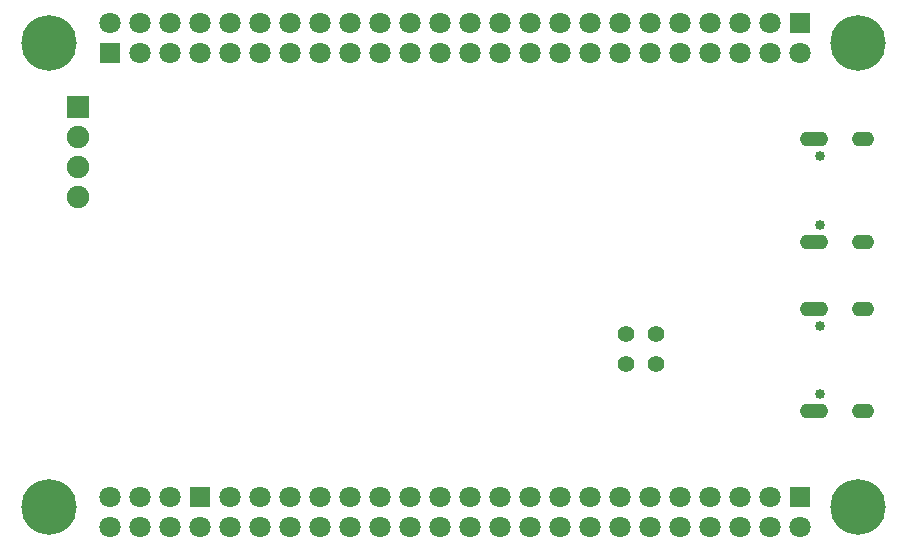
<source format=gbs>
G04*
G04 #@! TF.GenerationSoftware,Altium Limited,Altium Designer,21.1.1 (26)*
G04*
G04 Layer_Color=16711935*
%FSLAX25Y25*%
%MOIN*%
G70*
G04*
G04 #@! TF.SameCoordinates,DA73CDCF-2591-419C-BC5F-B2C7988706A4*
G04*
G04*
G04 #@! TF.FilePolarity,Negative*
G04*
G01*
G75*
%ADD56R,0.07493X0.07493*%
%ADD84C,0.07493*%
%ADD85R,0.07099X0.07099*%
%ADD86C,0.07099*%
%ADD87C,0.03359*%
G04:AMPARAMS|DCode=88|XSize=47.37mil|YSize=70.99mil|CornerRadius=18.76mil|HoleSize=0mil|Usage=FLASHONLY|Rotation=90.000|XOffset=0mil|YOffset=0mil|HoleType=Round|Shape=RoundedRectangle|*
%AMROUNDEDRECTD88*
21,1,0.04737,0.03347,0,0,90.0*
21,1,0.00984,0.07099,0,0,90.0*
1,1,0.03753,0.01673,0.00492*
1,1,0.03753,0.01673,-0.00492*
1,1,0.03753,-0.01673,-0.00492*
1,1,0.03753,-0.01673,0.00492*
%
%ADD88ROUNDEDRECTD88*%
G04:AMPARAMS|DCode=89|XSize=47.37mil|YSize=90.68mil|CornerRadius=18.76mil|HoleSize=0mil|Usage=FLASHONLY|Rotation=90.000|XOffset=0mil|YOffset=0mil|HoleType=Round|Shape=RoundedRectangle|*
%AMROUNDEDRECTD89*
21,1,0.04737,0.05315,0,0,90.0*
21,1,0.00984,0.09068,0,0,90.0*
1,1,0.03753,0.02657,0.00492*
1,1,0.03753,0.02657,-0.00492*
1,1,0.03753,-0.02657,-0.00492*
1,1,0.03753,-0.02657,0.00492*
%
%ADD89ROUNDEDRECTD89*%
%ADD90C,0.18517*%
%ADD111C,0.05524*%
D56*
X1291883Y1315228D02*
D03*
D84*
Y1305228D02*
D03*
Y1295228D02*
D03*
Y1285228D02*
D03*
D85*
X1532383Y1185228D02*
D03*
Y1343228D02*
D03*
X1332383Y1185228D02*
D03*
X1302383Y1333228D02*
D03*
D86*
X1532383Y1175228D02*
D03*
X1522383Y1185228D02*
D03*
Y1175228D02*
D03*
X1512383Y1185228D02*
D03*
Y1175228D02*
D03*
X1502383Y1185228D02*
D03*
Y1175228D02*
D03*
X1492383Y1185228D02*
D03*
Y1175228D02*
D03*
X1482383Y1185228D02*
D03*
Y1175228D02*
D03*
X1472383Y1185228D02*
D03*
Y1175228D02*
D03*
X1462383Y1185228D02*
D03*
Y1175228D02*
D03*
X1452383Y1185228D02*
D03*
Y1175228D02*
D03*
X1442383Y1185228D02*
D03*
Y1175228D02*
D03*
X1432383Y1185228D02*
D03*
Y1175228D02*
D03*
X1422383Y1185228D02*
D03*
Y1175228D02*
D03*
X1412383Y1185228D02*
D03*
Y1175228D02*
D03*
X1402383Y1185228D02*
D03*
Y1175228D02*
D03*
X1392383Y1185228D02*
D03*
Y1175228D02*
D03*
X1382383Y1185228D02*
D03*
Y1175228D02*
D03*
X1372383Y1185228D02*
D03*
Y1175228D02*
D03*
X1362383Y1185228D02*
D03*
Y1175228D02*
D03*
X1352383Y1185228D02*
D03*
Y1175228D02*
D03*
X1342383Y1185228D02*
D03*
Y1175228D02*
D03*
X1532383Y1333228D02*
D03*
X1522383Y1343228D02*
D03*
Y1333228D02*
D03*
X1512383Y1343228D02*
D03*
Y1333228D02*
D03*
X1502383Y1343228D02*
D03*
Y1333228D02*
D03*
X1492383Y1343228D02*
D03*
Y1333228D02*
D03*
X1482383Y1343228D02*
D03*
Y1333228D02*
D03*
X1472383Y1343228D02*
D03*
Y1333228D02*
D03*
X1462383Y1343228D02*
D03*
Y1333228D02*
D03*
X1452383Y1343228D02*
D03*
Y1333228D02*
D03*
X1442383Y1343228D02*
D03*
Y1333228D02*
D03*
X1432383Y1343228D02*
D03*
Y1333228D02*
D03*
X1422383Y1343228D02*
D03*
Y1333228D02*
D03*
X1412383Y1343228D02*
D03*
Y1333228D02*
D03*
X1402383Y1343228D02*
D03*
Y1333228D02*
D03*
X1392383Y1343228D02*
D03*
Y1333228D02*
D03*
X1382383Y1343228D02*
D03*
Y1333228D02*
D03*
X1372383Y1343228D02*
D03*
Y1333228D02*
D03*
X1362383Y1343228D02*
D03*
Y1333228D02*
D03*
X1352383Y1343228D02*
D03*
Y1333228D02*
D03*
X1342383Y1343228D02*
D03*
Y1333228D02*
D03*
X1302383Y1185228D02*
D03*
Y1175228D02*
D03*
X1312383D02*
D03*
Y1185228D02*
D03*
X1322383Y1175228D02*
D03*
Y1185228D02*
D03*
X1332383Y1175228D02*
D03*
Y1333228D02*
D03*
Y1343228D02*
D03*
X1322383D02*
D03*
Y1333228D02*
D03*
X1312383Y1343228D02*
D03*
Y1333228D02*
D03*
X1302383Y1343228D02*
D03*
D87*
X1539009Y1242369D02*
D03*
Y1219613D02*
D03*
X1539068Y1298836D02*
D03*
Y1276080D02*
D03*
D88*
X1553379Y1247999D02*
D03*
Y1213983D02*
D03*
X1553438Y1304466D02*
D03*
Y1270450D02*
D03*
D89*
X1536923Y1247999D02*
D03*
Y1213983D02*
D03*
X1536982Y1304466D02*
D03*
Y1270450D02*
D03*
D90*
X1282194Y1181925D02*
D03*
Y1336532D02*
D03*
X1551879D02*
D03*
Y1181925D02*
D03*
D111*
X1474383Y1229728D02*
D03*
X1484383D02*
D03*
Y1239728D02*
D03*
X1474383D02*
D03*
M02*

</source>
